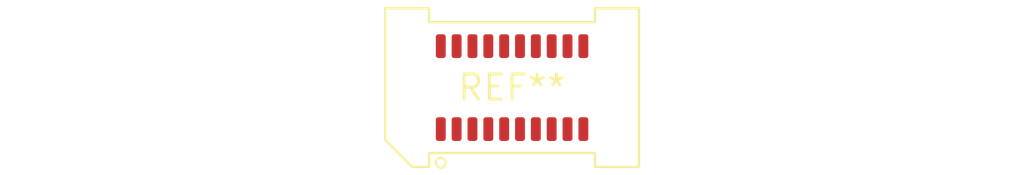
<source format=kicad_pcb>
(kicad_pcb (version 20240108) (generator pcbnew)
  (layers (0 "F.Cu" signal) (31 "B.Cu" signal) (34 "B.Paste" user) (35 "F.Paste" user) (36 "B.SilkS" user "B.Silkscreen") (37 "F.SilkS" user "F.Silkscreen") (38 "B.Mask" user) (39 "F.Mask" user) (44 "Edge.Cuts" user))
  (net 0 "")
  (footprint "Samtec_HSEC8-110-03-X-DV_2x10_P0.8mm_Socket" (layer "F.Cu") (at 0 0)
    (property "Reference" "REF**")
    (property "Value" "Samtec_HSEC8-110-03-X-DV_2x10_P0.8mm_Socket")
    (fp_line (start -6.41 -4.005) (end -4.19 -4.005) (layer "F.SilkS") (stroke (width 0.12)))
    (fp_line (start -6.41 2.640563) (end -6.41 -4.005) (layer "F.SilkS") (stroke (width 0.12)))
    (fp_line (start -5.045563 4.005) (end -6.41 2.640563) (layer "F.SilkS") (stroke (width 0.12)))
    (fp_line (start -4.19 -4.005) (end -4.19 -3.305) (layer "F.SilkS") (stroke (width 0.12)))
    (fp_line (start -4.19 -3.305) (end 4.19 -3.305) (layer "F.SilkS") (stroke (width 0.12)))
    (fp_line (start -4.19 3.305) (end -4.19 4.005) (layer "F.SilkS") (stroke (width 0.12)))
    (fp_line (start -4.19 4.005) (end -5.045563 4.005) (layer "F.SilkS") (stroke (width 0.12)))
    (fp_line (start 4.19 -4.005) (end 6.41 -4.005) (layer "F.SilkS") (stroke (width 0.12)))
    (fp_line (start 4.19 -3.305) (end 4.19 -4.005) (layer "F.SilkS") (stroke (width 0.12)))
    (fp_line (start 4.19 3.305) (end -4.19 3.305) (layer "F.SilkS") (stroke (width 0.12)))
    (fp_line (start 4.19 4.005) (end 4.19 3.305) (layer "F.SilkS") (stroke (width 0.12)))
    (fp_line (start 6.41 -4.005) (end 6.41 4.005) (layer "F.SilkS") (stroke (width 0.12)))
    (fp_line (start 6.41 4.005) (end 4.19 4.005) (layer "F.SilkS") (stroke (width 0.12)))
    (fp_arc (start -3.35 3.795) (mid -3.85 3.795) (end -3.35 3.795) (layer "F.SilkS") (stroke (width 0.12)))
    (pad "1" smd roundrect (at -3.6 2.095) (size 0.5 1.2) (layers "F.Cu" "F.Paste" "F.Mask"))
    (pad "2" smd roundrect (at -3.6 -2.095) (size 0.5 1.2) (layers "F.Cu" "F.Paste" "F.Mask"))
    (pad "3" smd roundrect (at -2.8 2.095) (size 0.5 1.2) (layers "F.Cu" "F.Paste" "F.Mask"))
    (pad "4" smd roundrect (at -2.8 -2.095) (size 0.5 1.2) (layers "F.Cu" "F.Paste" "F.Mask"))
    (pad "5" smd roundrect (at -2 2.095) (size 0.5 1.2) (layers "F.Cu" "F.Paste" "F.Mask"))
    (pad "6" smd roundrect (at -2 -2.095) (size 0.5 1.2) (layers "F.Cu" "F.Paste" "F.Mask"))
    (pad "7" smd roundrect (at -1.2 2.095) (size 0.5 1.2) (layers "F.Cu" "F.Paste" "F.Mask"))
    (pad "8" smd roundrect (at -1.2 -2.095) (size 0.5 1.2) (layers "F.Cu" "F.Paste" "F.Mask"))
    (pad "9" smd roundrect (at -0.4 2.095) (size 0.5 1.2) (layers "F.Cu" "F.Paste" "F.Mask"))
    (pad "10" smd roundrect (at -0.4 -2.095) (size 0.5 1.2) (layers "F.Cu" "F.Paste" "F.Mask"))
    (pad "11" smd roundrect (at 0.4 2.095) (size 0.5 1.2) (layers "F.Cu" "F.Paste" "F.Mask"))
    (pad "12" smd roundrect (at 0.4 -2.095) (size 0.5 1.2) (layers "F.Cu" "F.Paste" "F.Mask"))
    (pad "13" smd roundrect (at 1.2 2.095) (size 0.5 1.2) (layers "F.Cu" "F.Paste" "F.Mask"))
    (pad "14" smd roundrect (at 1.2 -2.095) (size 0.5 1.2) (layers "F.Cu" "F.Paste" "F.Mask"))
    (pad "15" smd roundrect (at 2 2.095) (size 0.5 1.2) (layers "F.Cu" "F.Paste" "F.Mask"))
    (pad "16" smd roundrect (at 2 -2.095) (size 0.5 1.2) (layers "F.Cu" "F.Paste" "F.Mask"))
    (pad "17" smd roundrect (at 2.8 2.095) (size 0.5 1.2) (layers "F.Cu" "F.Paste" "F.Mask"))
    (pad "18" smd roundrect (at 2.8 -2.095) (size 0.5 1.2) (layers "F.Cu" "F.Paste" "F.Mask"))
    (pad "19" smd roundrect (at 3.6 2.095) (size 0.5 1.2) (layers "F.Cu" "F.Paste" "F.Mask"))
    (pad "20" smd roundrect (at 3.6 -2.095) (size 0.5 1.2) (layers "F.Cu" "F.Paste" "F.Mask"))
  )
)
</source>
